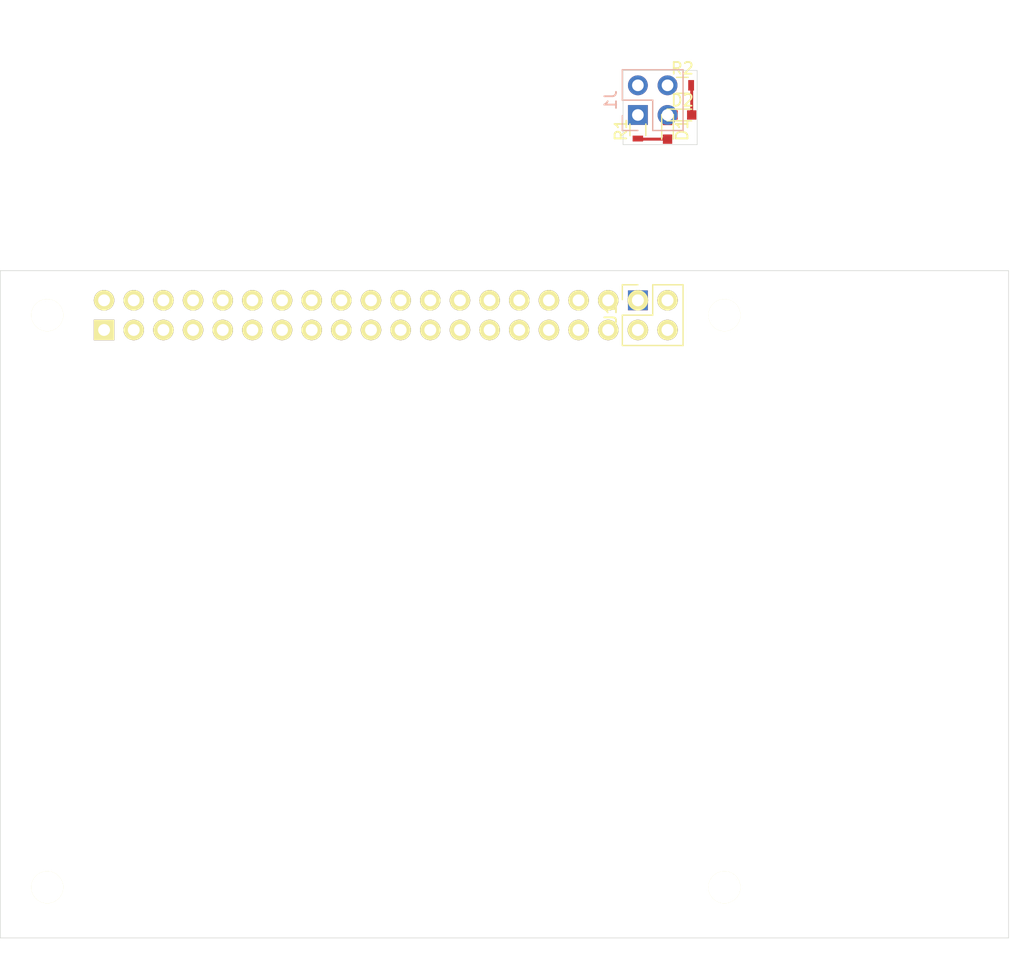
<source format=kicad_pcb>
(kicad_pcb (version 20171130) (host pcbnew "(5.1.6)-1")

  (general
    (thickness 1.6)
    (drawings 8)
    (tracks 4)
    (zones 0)
    (modules 7)
    (nets 45)
  )

  (page A4)
  (layers
    (0 F.Cu signal)
    (31 B.Cu signal)
    (32 B.Adhes user)
    (33 F.Adhes user)
    (34 B.Paste user)
    (35 F.Paste user)
    (36 B.SilkS user)
    (37 F.SilkS user)
    (38 B.Mask user)
    (39 F.Mask user)
    (40 Dwgs.User user)
    (41 Cmts.User user)
    (42 Eco1.User user)
    (43 Eco2.User user)
    (44 Edge.Cuts user)
    (45 Margin user)
    (46 B.CrtYd user)
    (47 F.CrtYd user)
    (48 B.Fab user)
    (49 F.Fab user)
  )

  (setup
    (last_trace_width 0.25)
    (user_trace_width 0.5)
    (user_trace_width 0.5)
    (user_trace_width 0.5)
    (trace_clearance 0.2)
    (zone_clearance 0.508)
    (zone_45_only no)
    (trace_min 0.2)
    (via_size 0.8)
    (via_drill 0.4)
    (via_min_size 0.4)
    (via_min_drill 0.3)
    (uvia_size 0.3)
    (uvia_drill 0.1)
    (uvias_allowed no)
    (uvia_min_size 0.2)
    (uvia_min_drill 0.1)
    (edge_width 0.05)
    (segment_width 0.2)
    (pcb_text_width 0.3)
    (pcb_text_size 1.5 1.5)
    (mod_edge_width 0.12)
    (mod_text_size 1 1)
    (mod_text_width 0.15)
    (pad_size 1.1 1.1)
    (pad_drill 0.8)
    (pad_to_mask_clearance 0.05)
    (aux_axis_origin 0 0)
    (visible_elements 7FFFFFFF)
    (pcbplotparams
      (layerselection 0x010fc_ffffffff)
      (usegerberextensions false)
      (usegerberattributes true)
      (usegerberadvancedattributes true)
      (creategerberjobfile true)
      (excludeedgelayer true)
      (linewidth 0.100000)
      (plotframeref false)
      (viasonmask false)
      (mode 1)
      (useauxorigin false)
      (hpglpennumber 1)
      (hpglpenspeed 20)
      (hpglpendiameter 15.000000)
      (psnegative false)
      (psa4output false)
      (plotreference true)
      (plotvalue true)
      (plotinvisibletext false)
      (padsonsilk false)
      (subtractmaskfromsilk false)
      (outputformat 1)
      (mirror false)
      (drillshape 1)
      (scaleselection 1)
      (outputdirectory ""))
  )

  (net 0 "")
  (net 1 "Net-(J1-Pad2)")
  (net 2 "Net-(D1-Pad2)")
  (net 3 GND)
  (net 4 "Net-(D2-Pad2)")
  (net 5 BAT_LOW)
  (net 6 BAT_OK)
  (net 7 "Net-(RPi1-Pad38)")
  (net 8 "Net-(RPi1-Pad35)")
  (net 9 "Net-(RPi1-Pad36)")
  (net 10 "Net-(RPi1-Pad33)")
  (net 11 "Net-(RPi1-Pad34)")
  (net 12 "Net-(RPi1-Pad31)")
  (net 13 "Net-(RPi1-Pad32)")
  (net 14 "Net-(RPi1-Pad26)")
  (net 15 "Net-(RPi1-Pad25)")
  (net 16 "Net-(RPi1-Pad22)")
  (net 17 "Net-(RPi1-Pad21)")
  (net 18 "Net-(RPi1-Pad20)")
  (net 19 "Net-(RPi1-Pad19)")
  (net 20 "Net-(RPi1-Pad18)")
  (net 21 "Net-(RPi1-Pad17)")
  (net 22 "Net-(RPi1-Pad16)")
  (net 23 "Net-(RPi1-Pad15)")
  (net 24 "Net-(RPi1-Pad14)")
  (net 25 "Net-(RPi1-Pad13)")
  (net 26 "Net-(RPi1-Pad12)")
  (net 27 "Net-(RPi1-Pad11)")
  (net 28 "Net-(RPi1-Pad10)")
  (net 29 "Net-(RPi1-Pad9)")
  (net 30 "Net-(RPi1-Pad8)")
  (net 31 "Net-(RPi1-Pad7)")
  (net 32 "Net-(RPi1-Pad6)")
  (net 33 "Net-(RPi1-Pad5)")
  (net 34 "Net-(RPi1-Pad4)")
  (net 35 "Net-(RPi1-Pad3)")
  (net 36 "Net-(RPi1-Pad2)")
  (net 37 "Net-(RPi1-Pad1)")
  (net 38 "Net-(RPi1-Pad23)")
  (net 39 "Net-(RPi1-Pad24)")
  (net 40 "Net-(RPi1-Pad30)")
  (net 41 "Net-(RPi1-Pad29)")
  (net 42 "Net-(RPi1-Pad28)")
  (net 43 "Net-(RPi1-Pad27)")
  (net 44 "Net-(U1-Pad1)")

  (net_class Default "This is the default net class."
    (clearance 0.2)
    (trace_width 0.25)
    (via_dia 0.8)
    (via_drill 0.4)
    (uvia_dia 0.3)
    (uvia_drill 0.1)
    (add_net BAT_LOW)
    (add_net BAT_OK)
    (add_net GND)
    (add_net "Net-(D1-Pad2)")
    (add_net "Net-(D2-Pad2)")
    (add_net "Net-(J1-Pad2)")
    (add_net "Net-(RPi1-Pad1)")
    (add_net "Net-(RPi1-Pad10)")
    (add_net "Net-(RPi1-Pad11)")
    (add_net "Net-(RPi1-Pad12)")
    (add_net "Net-(RPi1-Pad13)")
    (add_net "Net-(RPi1-Pad14)")
    (add_net "Net-(RPi1-Pad15)")
    (add_net "Net-(RPi1-Pad16)")
    (add_net "Net-(RPi1-Pad17)")
    (add_net "Net-(RPi1-Pad18)")
    (add_net "Net-(RPi1-Pad19)")
    (add_net "Net-(RPi1-Pad2)")
    (add_net "Net-(RPi1-Pad20)")
    (add_net "Net-(RPi1-Pad21)")
    (add_net "Net-(RPi1-Pad22)")
    (add_net "Net-(RPi1-Pad23)")
    (add_net "Net-(RPi1-Pad24)")
    (add_net "Net-(RPi1-Pad25)")
    (add_net "Net-(RPi1-Pad26)")
    (add_net "Net-(RPi1-Pad27)")
    (add_net "Net-(RPi1-Pad28)")
    (add_net "Net-(RPi1-Pad29)")
    (add_net "Net-(RPi1-Pad3)")
    (add_net "Net-(RPi1-Pad30)")
    (add_net "Net-(RPi1-Pad31)")
    (add_net "Net-(RPi1-Pad32)")
    (add_net "Net-(RPi1-Pad33)")
    (add_net "Net-(RPi1-Pad34)")
    (add_net "Net-(RPi1-Pad35)")
    (add_net "Net-(RPi1-Pad36)")
    (add_net "Net-(RPi1-Pad38)")
    (add_net "Net-(RPi1-Pad4)")
    (add_net "Net-(RPi1-Pad5)")
    (add_net "Net-(RPi1-Pad6)")
    (add_net "Net-(RPi1-Pad7)")
    (add_net "Net-(RPi1-Pad8)")
    (add_net "Net-(RPi1-Pad9)")
    (add_net "Net-(U1-Pad1)")
  )

  (module library:GPIO_Status_LEDs (layer F.Cu) (tedit 674C38B8) (tstamp 674C2A90)
    (at 193.04 72.39 90)
    (descr "Through hole straight socket strip, 2x02, 2.54mm pitch, double rows")
    (tags "Through hole socket strip THT 2x02 2.54mm double row")
    (path /674CD39E)
    (fp_text reference U1 (at -1.27 -2.33 90) (layer F.SilkS)
      (effects (font (size 1 1) (thickness 0.15)))
    )
    (fp_text value GPIO_Status_LEDs (at -1.27 4.87 90) (layer F.Fab)
      (effects (font (size 1 1) (thickness 0.15)))
    )
    (fp_text user %R (at -1.27 -2.33 90) (layer F.Fab)
      (effects (font (size 1 1) (thickness 0.15)))
    )
    (fp_line (start -3.81 -1.27) (end -3.81 3.81) (layer F.Fab) (width 0.1))
    (fp_line (start -3.81 3.81) (end 1.27 3.81) (layer F.Fab) (width 0.1))
    (fp_line (start 1.27 3.81) (end 1.27 -1.27) (layer F.Fab) (width 0.1))
    (fp_line (start 1.27 -1.27) (end -3.81 -1.27) (layer F.Fab) (width 0.1))
    (fp_line (start 1.33 1.27) (end 1.33 3.87) (layer F.SilkS) (width 0.12))
    (fp_line (start 1.33 3.87) (end -3.87 3.87) (layer F.SilkS) (width 0.12))
    (fp_line (start -3.87 3.87) (end -3.87 -1.33) (layer F.SilkS) (width 0.12))
    (fp_line (start -3.87 -1.33) (end -1.27 -1.33) (layer F.SilkS) (width 0.12))
    (fp_line (start -1.27 -1.33) (end -1.27 1.27) (layer F.SilkS) (width 0.12))
    (fp_line (start -1.27 1.27) (end 1.33 1.27) (layer F.SilkS) (width 0.12))
    (fp_line (start 1.33 0) (end 1.33 -1.33) (layer F.SilkS) (width 0.12))
    (fp_line (start 1.33 -1.33) (end 0.06 -1.33) (layer F.SilkS) (width 0.12))
    (fp_line (start -4.35 -1.8) (end -4.35 4.35) (layer F.CrtYd) (width 0.05))
    (fp_line (start -4.35 4.35) (end 1.8 4.35) (layer F.CrtYd) (width 0.05))
    (fp_line (start 1.8 4.35) (end 1.8 -1.8) (layer F.CrtYd) (width 0.05))
    (fp_line (start 1.8 -1.8) (end -4.35 -1.8) (layer F.CrtYd) (width 0.05))
    (pad 4 thru_hole oval (at -2.54 2.54 90) (size 1.7 1.7) (drill 1) (layers *.Cu *.Mask)
      (net 3 GND))
    (pad 3 thru_hole oval (at 0 2.54 90) (size 1.7 1.7) (drill 1) (layers *.Cu *.Mask)
      (net 6 BAT_OK))
    (pad 2 thru_hole oval (at -2.54 0 90) (size 1.7 1.7) (drill 1) (layers *.Cu *.Mask)
      (net 5 BAT_LOW))
    (pad 1 thru_hole rect (at 0 0 90) (size 1.7 1.7) (drill 1) (layers *.Cu *.Mask)
      (net 44 "Net-(U1-Pad1)"))
    (model ${KIPRJMOD}/library.pretty/GPIO_Status_LEDs.step
      (offset (xyz 55.9 142.2 9.5))
      (scale (xyz 1 1 1))
      (rotate (xyz 0 0 90))
    )
  )

  (module library:raspberrypi_2_3 (layer F.Cu) (tedit 674716DD) (tstamp 6747E17F)
    (at 171.45 73.66)
    (descr "RaspberryPi 2")
    (tags CONN)
    (path /674713F2)
    (fp_text reference RPi1 (at 0 -8.9) (layer F.Fab)
      (effects (font (size 2 2) (thickness 0.25)))
    )
    (fp_text value Raspberry_Pi_2_3 (at 0.1 -5.7) (layer F.Fab)
      (effects (font (size 2 2) (thickness 0.25)))
    )
    (fp_text user "By Lukaneco" (at 23.7 -6.8) (layer F.Fab)
      (effects (font (size 1 1) (thickness 0.15)))
    )
    (fp_arc (start -29 0) (end -32.5 0) (angle 90) (layer F.Fab) (width 0.15))
    (fp_arc (start -29 49) (end -29 52.5) (angle 90) (layer F.Fab) (width 0.15))
    (fp_arc (start 49.5 49.5) (end 52.5 49.5) (angle 90) (layer F.Fab) (width 0.15))
    (fp_arc (start 49.5 -0.5) (end 49.5 -3.5) (angle 90) (layer F.Fab) (width 0.15))
    (fp_line (start -32.5 16.4) (end -32.5 31) (layer B.CrtYd) (width 0.15))
    (fp_line (start -18.2 52.5) (end -25.7 52.5) (layer B.CrtYd) (width 0.15))
    (fp_line (start 7 52.5) (end -8 52.5) (layer B.CrtYd) (width 0.15))
    (fp_line (start -18.2 47.5) (end -25.7 47.5) (layer B.CrtYd) (width 0.15))
    (fp_line (start -18.2 52.5) (end -18.2 47.5) (layer B.CrtYd) (width 0.15))
    (fp_line (start -25.7 52.5) (end -25.7 47.5) (layer B.CrtYd) (width 0.15))
    (fp_line (start -8 41.8) (end -8 52.5) (layer B.CrtYd) (width 0.15))
    (fp_line (start -8 41.8) (end 7 41.8) (layer B.CrtYd) (width 0.15))
    (fp_line (start 7 52.5) (end 7 41.8) (layer B.CrtYd) (width 0.15))
    (fp_line (start 18 55) (end 24 55) (layer B.CrtYd) (width 0.15))
    (fp_line (start 18 37) (end 18 55) (layer B.CrtYd) (width 0.15))
    (fp_line (start 24 37) (end 18 37) (layer B.CrtYd) (width 0.15))
    (fp_line (start 24 55) (end 24 37) (layer B.CrtYd) (width 0.15))
    (fp_line (start -17.9 16.4) (end -32.5 16.4) (layer B.CrtYd) (width 0.15))
    (fp_line (start -17.9 31) (end -32.5 31) (layer B.CrtYd) (width 0.15))
    (fp_line (start -17.9 16.4) (end -17.9 31) (layer B.CrtYd) (width 0.15))
    (fp_line (start 54.6 50.2) (end 54.6 34.3) (layer B.CrtYd) (width 0.15))
    (fp_line (start 33.6 50.2) (end 33.6 34.3) (layer B.CrtYd) (width 0.15))
    (fp_line (start 54.6 50.2) (end 33.6 50.2) (layer B.CrtYd) (width 0.15))
    (fp_line (start 33.6 34.3) (end 54.6 34.3) (layer B.CrtYd) (width 0.15))
    (fp_line (start 37.5 17) (end 54.6 17) (layer B.CrtYd) (width 0.15))
    (fp_line (start 37.5 30.1) (end 37.5 17) (layer B.CrtYd) (width 0.15))
    (fp_line (start 54.6 30.1) (end 37.5 30.1) (layer B.CrtYd) (width 0.15))
    (fp_line (start 54.6 30.1) (end 54.6 17) (layer B.CrtYd) (width 0.15))
    (fp_line (start 54.6 12.1) (end 37.5 12.1) (layer B.CrtYd) (width 0.15))
    (fp_line (start 37.5 -1) (end 37.5 12.1) (layer B.CrtYd) (width 0.15))
    (fp_line (start 54.6 12.1) (end 54.6 -1) (layer B.CrtYd) (width 0.15))
    (fp_line (start 37.5 -1) (end 54.6 -1) (layer B.CrtYd) (width 0.15))
    (fp_line (start -32.5 49) (end -32.5 0) (layer F.Fab) (width 0.15))
    (fp_line (start 49.5 -3.5) (end -29 -3.5) (layer F.Fab) (width 0.15))
    (fp_line (start 52.5 49.5) (end 52.5 -0.5) (layer F.Fab) (width 0.15))
    (fp_line (start -29 52.5) (end 49.5 52.5) (layer F.Fab) (width 0.15))
    (fp_line (start -25.4 -2.54) (end 25.4 -2.54) (layer F.Fab) (width 0.15))
    (fp_line (start 25.4 2.54) (end -25.4 2.54) (layer F.Fab) (width 0.15))
    (fp_line (start -25.4 -2.54) (end -25.4 2.54) (layer F.Fab) (width 0.15))
    (fp_line (start 25.39492 2.54) (end 25.39492 -2.54) (layer F.Fab) (width 0.15))
    (pad "" np_thru_hole circle (at 29 49) (size 2.75 2.75) (drill 2.75) (layers *.Cu *.Mask F.SilkS))
    (pad "" np_thru_hole circle (at -29 49) (size 2.75 2.75) (drill 2.75) (layers *.Cu *.Mask F.SilkS))
    (pad "" np_thru_hole circle (at 29 0) (size 2.75 2.75) (drill 2.75) (layers *.Cu *.Mask F.SilkS))
    (pad "" np_thru_hole circle (at -29 0) (size 2.75 2.75) (drill 2.75) (layers *.Cu *.Mask F.SilkS))
    (pad 39 thru_hole circle (at 24.13 1.27) (size 1.75 1.75) (drill 1.016) (layers *.Cu *.Mask F.SilkS)
      (net 3 GND))
    (pad 40 thru_hole circle (at 24.13 -1.27) (size 1.75 1.75) (drill 1.016) (layers *.Cu *.Mask F.SilkS)
      (net 6 BAT_OK))
    (pad 37 thru_hole circle (at 21.59 1.27) (size 1.75 1.75) (drill 1.016) (layers *.Cu *.Mask F.SilkS)
      (net 5 BAT_LOW))
    (pad 38 thru_hole circle (at 21.59 -1.27) (size 1.75 1.75) (drill 1.016) (layers *.Cu *.Mask F.SilkS)
      (net 7 "Net-(RPi1-Pad38)"))
    (pad 35 thru_hole circle (at 19.05 1.27) (size 1.75 1.75) (drill 1.016) (layers *.Cu *.Mask F.SilkS)
      (net 8 "Net-(RPi1-Pad35)"))
    (pad 36 thru_hole circle (at 19.05 -1.27) (size 1.75 1.75) (drill 1.016) (layers *.Cu *.Mask F.SilkS)
      (net 9 "Net-(RPi1-Pad36)"))
    (pad 33 thru_hole circle (at 16.51 1.27) (size 1.75 1.75) (drill 1.016) (layers *.Cu *.Mask F.SilkS)
      (net 10 "Net-(RPi1-Pad33)"))
    (pad 34 thru_hole circle (at 16.51 -1.27) (size 1.75 1.75) (drill 1.016) (layers *.Cu *.Mask F.SilkS)
      (net 11 "Net-(RPi1-Pad34)"))
    (pad 31 thru_hole circle (at 13.97 1.27) (size 1.75 1.75) (drill 1.016) (layers *.Cu *.Mask F.SilkS)
      (net 12 "Net-(RPi1-Pad31)"))
    (pad 32 thru_hole circle (at 13.97 -1.27) (size 1.75 1.75) (drill 1.016) (layers *.Cu *.Mask F.SilkS)
      (net 13 "Net-(RPi1-Pad32)"))
    (pad 26 thru_hole circle (at 6.35 -1.27) (size 1.75 1.75) (drill 1.016) (layers *.Cu *.Mask F.SilkS)
      (net 14 "Net-(RPi1-Pad26)"))
    (pad 25 thru_hole circle (at 6.35 1.27) (size 1.75 1.75) (drill 1.016) (layers *.Cu *.Mask F.SilkS)
      (net 15 "Net-(RPi1-Pad25)"))
    (pad 22 thru_hole circle (at 1.27 -1.27) (size 1.75 1.75) (drill 1.016) (layers *.Cu *.Mask F.SilkS)
      (net 16 "Net-(RPi1-Pad22)"))
    (pad 21 thru_hole circle (at 1.27 1.27) (size 1.75 1.75) (drill 1.016) (layers *.Cu *.Mask F.SilkS)
      (net 17 "Net-(RPi1-Pad21)"))
    (pad 20 thru_hole circle (at -1.27 -1.27) (size 1.75 1.75) (drill 1.016) (layers *.Cu *.Mask F.SilkS)
      (net 18 "Net-(RPi1-Pad20)"))
    (pad 19 thru_hole circle (at -1.27 1.27) (size 1.75 1.75) (drill 1.016) (layers *.Cu *.Mask F.SilkS)
      (net 19 "Net-(RPi1-Pad19)"))
    (pad 18 thru_hole circle (at -3.81 -1.27) (size 1.75 1.75) (drill 1.016) (layers *.Cu *.Mask F.SilkS)
      (net 20 "Net-(RPi1-Pad18)"))
    (pad 17 thru_hole circle (at -3.81 1.27) (size 1.75 1.75) (drill 1.016) (layers *.Cu *.Mask F.SilkS)
      (net 21 "Net-(RPi1-Pad17)"))
    (pad 16 thru_hole circle (at -6.35 -1.27) (size 1.75 1.75) (drill 1.016) (layers *.Cu *.Mask F.SilkS)
      (net 22 "Net-(RPi1-Pad16)"))
    (pad 15 thru_hole circle (at -6.35 1.27) (size 1.75 1.75) (drill 1.016) (layers *.Cu *.Mask F.SilkS)
      (net 23 "Net-(RPi1-Pad15)"))
    (pad 14 thru_hole circle (at -8.89 -1.27) (size 1.75 1.75) (drill 1.016) (layers *.Cu *.Mask F.SilkS)
      (net 24 "Net-(RPi1-Pad14)"))
    (pad 13 thru_hole circle (at -8.89 1.27) (size 1.75 1.75) (drill 1.016) (layers *.Cu *.Mask F.SilkS)
      (net 25 "Net-(RPi1-Pad13)"))
    (pad 12 thru_hole circle (at -11.43 -1.27) (size 1.75 1.75) (drill 1.016) (layers *.Cu *.Mask F.SilkS)
      (net 26 "Net-(RPi1-Pad12)"))
    (pad 11 thru_hole circle (at -11.43 1.27) (size 1.75 1.75) (drill 1.016) (layers *.Cu *.Mask F.SilkS)
      (net 27 "Net-(RPi1-Pad11)"))
    (pad 10 thru_hole circle (at -13.97 -1.27) (size 1.75 1.75) (drill 1.016) (layers *.Cu *.Mask F.SilkS)
      (net 28 "Net-(RPi1-Pad10)"))
    (pad 9 thru_hole circle (at -13.97 1.27) (size 1.75 1.75) (drill 1.016) (layers *.Cu *.Mask F.SilkS)
      (net 29 "Net-(RPi1-Pad9)"))
    (pad 8 thru_hole circle (at -16.51 -1.27) (size 1.75 1.75) (drill 1.016) (layers *.Cu *.Mask F.SilkS)
      (net 30 "Net-(RPi1-Pad8)"))
    (pad 7 thru_hole circle (at -16.51 1.27) (size 1.75 1.75) (drill 1.016) (layers *.Cu *.Mask F.SilkS)
      (net 31 "Net-(RPi1-Pad7)"))
    (pad 6 thru_hole circle (at -19.05 -1.27) (size 1.75 1.75) (drill 1.016) (layers *.Cu *.Mask F.SilkS)
      (net 32 "Net-(RPi1-Pad6)"))
    (pad 5 thru_hole circle (at -19.05 1.27) (size 1.75 1.75) (drill 1.016) (layers *.Cu *.Mask F.SilkS)
      (net 33 "Net-(RPi1-Pad5)"))
    (pad 4 thru_hole circle (at -21.59 -1.27) (size 1.75 1.75) (drill 1.016) (layers *.Cu *.Mask F.SilkS)
      (net 34 "Net-(RPi1-Pad4)"))
    (pad 3 thru_hole circle (at -21.59 1.27) (size 1.75 1.75) (drill 1.016) (layers *.Cu *.Mask F.SilkS)
      (net 35 "Net-(RPi1-Pad3)"))
    (pad 2 thru_hole circle (at -24.13 -1.27) (size 1.75 1.75) (drill 1.016) (layers *.Cu *.Mask F.SilkS)
      (net 36 "Net-(RPi1-Pad2)"))
    (pad 1 thru_hole rect (at -24.13 1.27) (size 1.75 1.75) (drill 1.016) (layers *.Cu *.Mask F.SilkS)
      (net 37 "Net-(RPi1-Pad1)"))
    (pad 23 thru_hole circle (at 3.81 1.27) (size 1.75 1.75) (drill 1.016) (layers *.Cu *.Mask F.SilkS)
      (net 38 "Net-(RPi1-Pad23)"))
    (pad 24 thru_hole circle (at 3.81 -1.27) (size 1.75 1.75) (drill 1.016) (layers *.Cu *.Mask F.SilkS)
      (net 39 "Net-(RPi1-Pad24)"))
    (pad 30 thru_hole circle (at 11.43 -1.27) (size 1.75 1.75) (drill 1.016) (layers *.Cu *.Mask F.SilkS)
      (net 40 "Net-(RPi1-Pad30)"))
    (pad 29 thru_hole circle (at 11.43 1.27) (size 1.75 1.75) (drill 1.016) (layers *.Cu *.Mask F.SilkS)
      (net 41 "Net-(RPi1-Pad29)"))
    (pad 28 thru_hole circle (at 8.89 -1.27) (size 1.75 1.75) (drill 1.016) (layers *.Cu *.Mask F.SilkS)
      (net 42 "Net-(RPi1-Pad28)"))
    (pad 27 thru_hole circle (at 8.89 1.27) (size 1.75 1.75) (drill 1.016) (layers *.Cu *.Mask F.SilkS)
      (net 43 "Net-(RPi1-Pad27)"))
    (model "${KIPRJMOD}/library.pretty/RASPBERRY PI 3 MODEL B---3DModel-STEP-56544.STEP"
      (offset (xyz 10 -24.5 -1.5))
      (scale (xyz 1 1 1))
      (rotate (xyz -90 0 0))
    )
  )

  (module moonbuggy-custom:Socket_Strip_Straight_2x02_Pitch2.54mm-1-red (layer B.Cu) (tedit 674798DE) (tstamp 6747392F)
    (at 193.04 56.515 270)
    (descr "Through hole straight socket strip, 2x02, 2.54mm pitch, double rows")
    (tags "Through hole socket strip THT 2x02 2.54mm double row")
    (path /6747FB4B)
    (fp_text reference J1 (at -1.27 2.33 270) (layer B.SilkS)
      (effects (font (size 1 1) (thickness 0.15)) (justify mirror))
    )
    (fp_text value Conn_02x02_Odd_Even (at -1.27 -4.87 270) (layer B.Fab)
      (effects (font (size 1 1) (thickness 0.15)) (justify mirror))
    )
    (fp_line (start -3.81 1.27) (end -3.81 -3.81) (layer B.Fab) (width 0.1))
    (fp_line (start -3.81 -3.81) (end 1.27 -3.81) (layer B.Fab) (width 0.1))
    (fp_line (start 1.27 -3.81) (end 1.27 1.27) (layer B.Fab) (width 0.1))
    (fp_line (start 1.27 1.27) (end -3.81 1.27) (layer B.Fab) (width 0.1))
    (fp_line (start 1.33 -1.27) (end 1.33 -3.87) (layer B.SilkS) (width 0.12))
    (fp_line (start 1.33 -3.87) (end -3.87 -3.87) (layer B.SilkS) (width 0.12))
    (fp_line (start -3.87 -3.87) (end -3.87 1.33) (layer B.SilkS) (width 0.12))
    (fp_line (start -3.87 1.33) (end -1.27 1.33) (layer B.SilkS) (width 0.12))
    (fp_line (start -1.27 1.33) (end -1.27 -1.27) (layer B.SilkS) (width 0.12))
    (fp_line (start -1.27 -1.27) (end 1.33 -1.27) (layer B.SilkS) (width 0.12))
    (fp_line (start 1.33 0) (end 1.33 1.33) (layer B.SilkS) (width 0.12))
    (fp_line (start 1.33 1.33) (end 0.06 1.33) (layer B.SilkS) (width 0.12))
    (fp_line (start -4.35 1.8) (end -4.35 -4.35) (layer B.CrtYd) (width 0.05))
    (fp_line (start -4.35 -4.35) (end 1.8 -4.35) (layer B.CrtYd) (width 0.05))
    (fp_line (start 1.8 -4.35) (end 1.8 1.8) (layer B.CrtYd) (width 0.05))
    (fp_line (start 1.8 1.8) (end -4.35 1.8) (layer B.CrtYd) (width 0.05))
    (fp_text user %R (at -1.27 2.33 270) (layer B.Fab)
      (effects (font (size 1 1) (thickness 0.15)) (justify mirror))
    )
    (pad 1 thru_hole rect (at 0 0 270) (size 1.7 1.7) (drill 1) (layers *.Cu *.Mask)
      (net 5 BAT_LOW))
    (pad 2 thru_hole oval (at -2.54 0 270) (size 1.7 1.7) (drill 1) (layers *.Cu *.Mask)
      (net 1 "Net-(J1-Pad2)"))
    (pad 3 thru_hole oval (at 0 -2.54 270) (size 1.7 1.7) (drill 1) (layers *.Cu *.Mask)
      (net 3 GND))
    (pad 4 thru_hole oval (at -2.54 -2.54 270) (size 1.7 1.7) (drill 1) (layers *.Cu *.Mask)
      (net 6 BAT_OK))
    (model E:/electronics/KiCad/3dmodels/Unnamed-PinSocket_1x01_P254mm_Vertical-red.step
      (offset (xyz -2.5 -2.5 0))
      (scale (xyz 1 1 1))
      (rotate (xyz 0 0 0))
    )
    (model ${KISYS3DMOD}/Connector_PinSocket_2.54mm.3dshapes/PinSocket_1x01_P2.54mm_Vertical.step
      (offset (xyz -2.5 0 0))
      (scale (xyz 1 1 1))
      (rotate (xyz 0 0 0))
    )
    (model ${KISYS3DMOD}/Connector_PinSocket_2.54mm.3dshapes/PinSocket_1x02_P2.54mm_Vertical.step
      (at (xyz 0 0 0))
      (scale (xyz 1 1 1))
      (rotate (xyz 0 0 0))
    )
  )

  (module Resistors_SMD:R_0603 (layer F.Cu) (tedit 58E0A804) (tstamp 674789E7)
    (at 196.85 53.975)
    (descr "Resistor SMD 0603, reflow soldering, Vishay (see dcrcw.pdf)")
    (tags "resistor 0603")
    (path /67484841)
    (attr smd)
    (fp_text reference R2 (at 0 -1.45) (layer F.SilkS)
      (effects (font (size 1 1) (thickness 0.15)))
    )
    (fp_text value 100k (at 0 1.5) (layer F.Fab)
      (effects (font (size 1 1) (thickness 0.15)))
    )
    (fp_line (start 1.25 0.7) (end -1.25 0.7) (layer F.CrtYd) (width 0.05))
    (fp_line (start 1.25 0.7) (end 1.25 -0.7) (layer F.CrtYd) (width 0.05))
    (fp_line (start -1.25 -0.7) (end -1.25 0.7) (layer F.CrtYd) (width 0.05))
    (fp_line (start -1.25 -0.7) (end 1.25 -0.7) (layer F.CrtYd) (width 0.05))
    (fp_line (start -0.5 -0.68) (end 0.5 -0.68) (layer F.SilkS) (width 0.12))
    (fp_line (start 0.5 0.68) (end -0.5 0.68) (layer F.SilkS) (width 0.12))
    (fp_line (start -0.8 -0.4) (end 0.8 -0.4) (layer F.Fab) (width 0.1))
    (fp_line (start 0.8 -0.4) (end 0.8 0.4) (layer F.Fab) (width 0.1))
    (fp_line (start 0.8 0.4) (end -0.8 0.4) (layer F.Fab) (width 0.1))
    (fp_line (start -0.8 0.4) (end -0.8 -0.4) (layer F.Fab) (width 0.1))
    (fp_text user %R (at 0 0) (layer F.Fab)
      (effects (font (size 0.4 0.4) (thickness 0.075)))
    )
    (pad 2 smd rect (at 0.75 0) (size 0.5 0.9) (layers F.Cu F.Paste F.Mask)
      (net 4 "Net-(D2-Pad2)"))
    (pad 1 smd rect (at -0.75 0) (size 0.5 0.9) (layers F.Cu F.Paste F.Mask)
      (net 6 BAT_OK))
    (model ${KISYS3DMOD}/Resistors_SMD.3dshapes/R_0603.wrl
      (at (xyz 0 0 0))
      (scale (xyz 1 1 1))
      (rotate (xyz 0 0 0))
    )
  )

  (module Resistors_SMD:R_0603 (layer F.Cu) (tedit 58E0A804) (tstamp 67478C6B)
    (at 193.04 57.785 90)
    (descr "Resistor SMD 0603, reflow soldering, Vishay (see dcrcw.pdf)")
    (tags "resistor 0603")
    (path /67484DC6)
    (attr smd)
    (fp_text reference R1 (at 0 -1.45 90) (layer F.SilkS)
      (effects (font (size 1 1) (thickness 0.15)))
    )
    (fp_text value 15k (at 0 1.5 90) (layer F.Fab) hide
      (effects (font (size 1 1) (thickness 0.15)))
    )
    (fp_line (start -0.8 0.4) (end -0.8 -0.4) (layer F.Fab) (width 0.1))
    (fp_line (start 0.8 0.4) (end -0.8 0.4) (layer F.Fab) (width 0.1))
    (fp_line (start 0.8 -0.4) (end 0.8 0.4) (layer F.Fab) (width 0.1))
    (fp_line (start -0.8 -0.4) (end 0.8 -0.4) (layer F.Fab) (width 0.1))
    (fp_line (start 0.5 0.68) (end -0.5 0.68) (layer F.SilkS) (width 0.12))
    (fp_line (start -0.5 -0.68) (end 0.5 -0.68) (layer F.SilkS) (width 0.12))
    (fp_line (start -1.25 -0.7) (end 1.25 -0.7) (layer F.CrtYd) (width 0.05))
    (fp_line (start -1.25 -0.7) (end -1.25 0.7) (layer F.CrtYd) (width 0.05))
    (fp_line (start 1.25 0.7) (end 1.25 -0.7) (layer F.CrtYd) (width 0.05))
    (fp_line (start 1.25 0.7) (end -1.25 0.7) (layer F.CrtYd) (width 0.05))
    (fp_text user %R (at 0 0 90) (layer F.Fab)
      (effects (font (size 0.4 0.4) (thickness 0.075)))
    )
    (pad 2 smd rect (at 0.75 0 90) (size 0.5 0.9) (layers F.Cu F.Paste F.Mask)
      (net 5 BAT_LOW))
    (pad 1 smd rect (at -0.75 0 90) (size 0.5 0.9) (layers F.Cu F.Paste F.Mask)
      (net 2 "Net-(D1-Pad2)"))
    (model ${KISYS3DMOD}/Resistors_SMD.3dshapes/R_0603.wrl
      (at (xyz 0 0 0))
      (scale (xyz 1 1 1))
      (rotate (xyz 0 0 0))
    )
  )

  (module LEDs:LED_0603 (layer F.Cu) (tedit 57FE93A5) (tstamp 67476803)
    (at 196.85 56.515)
    (descr "LED 0603 smd package")
    (tags "LED led 0603 SMD smd SMT smt smdled SMDLED smtled SMTLED")
    (path /674854B3)
    (attr smd)
    (fp_text reference D2 (at 0 -1.25) (layer F.SilkS)
      (effects (font (size 1 1) (thickness 0.15)))
    )
    (fp_text value LED_Green (at 6.35 0) (layer F.Fab)
      (effects (font (size 1 1) (thickness 0.15)))
    )
    (fp_line (start -1.3 -0.5) (end -1.3 0.5) (layer F.SilkS) (width 0.12))
    (fp_line (start -0.2 -0.2) (end -0.2 0.2) (layer F.Fab) (width 0.1))
    (fp_line (start -0.15 0) (end 0.15 -0.2) (layer F.Fab) (width 0.1))
    (fp_line (start 0.15 0.2) (end -0.15 0) (layer F.Fab) (width 0.1))
    (fp_line (start 0.15 -0.2) (end 0.15 0.2) (layer F.Fab) (width 0.1))
    (fp_line (start 0.8 0.4) (end -0.8 0.4) (layer F.Fab) (width 0.1))
    (fp_line (start 0.8 -0.4) (end 0.8 0.4) (layer F.Fab) (width 0.1))
    (fp_line (start -0.8 -0.4) (end 0.8 -0.4) (layer F.Fab) (width 0.1))
    (fp_line (start -0.8 0.4) (end -0.8 -0.4) (layer F.Fab) (width 0.1))
    (fp_line (start -1.3 0.5) (end 0.8 0.5) (layer F.SilkS) (width 0.12))
    (fp_line (start -1.3 -0.5) (end 0.8 -0.5) (layer F.SilkS) (width 0.12))
    (fp_line (start 1.45 -0.65) (end 1.45 0.65) (layer F.CrtYd) (width 0.05))
    (fp_line (start 1.45 0.65) (end -1.45 0.65) (layer F.CrtYd) (width 0.05))
    (fp_line (start -1.45 0.65) (end -1.45 -0.65) (layer F.CrtYd) (width 0.05))
    (fp_line (start -1.45 -0.65) (end 1.45 -0.65) (layer F.CrtYd) (width 0.05))
    (pad 1 smd rect (at -0.8 0 180) (size 0.8 0.8) (layers F.Cu F.Paste F.Mask)
      (net 3 GND))
    (pad 2 smd rect (at 0.8 0 180) (size 0.8 0.8) (layers F.Cu F.Paste F.Mask)
      (net 4 "Net-(D2-Pad2)"))
    (model ${KISYS3DMOD}/LEDs.3dshapes/LED_0603.wrl
      (at (xyz 0 0 0))
      (scale (xyz 1 1 1))
      (rotate (xyz 0 0 180))
    )
  )

  (module LEDs:LED_0603 (layer F.Cu) (tedit 57FE93A5) (tstamp 67473929)
    (at 195.58 57.785 270)
    (descr "LED 0603 smd package")
    (tags "LED led 0603 SMD smd SMT smt smdled SMDLED smtled SMTLED")
    (path /67485EE8)
    (attr smd)
    (fp_text reference D1 (at 0 -1.25 90) (layer F.SilkS)
      (effects (font (size 1 1) (thickness 0.15)))
    )
    (fp_text value LED_Red (at 2.54 0 180) (layer F.Fab)
      (effects (font (size 1 1) (thickness 0.15)))
    )
    (fp_line (start -1.3 -0.5) (end -1.3 0.5) (layer F.SilkS) (width 0.12))
    (fp_line (start -0.2 -0.2) (end -0.2 0.2) (layer F.Fab) (width 0.1))
    (fp_line (start -0.15 0) (end 0.15 -0.2) (layer F.Fab) (width 0.1))
    (fp_line (start 0.15 0.2) (end -0.15 0) (layer F.Fab) (width 0.1))
    (fp_line (start 0.15 -0.2) (end 0.15 0.2) (layer F.Fab) (width 0.1))
    (fp_line (start 0.8 0.4) (end -0.8 0.4) (layer F.Fab) (width 0.1))
    (fp_line (start 0.8 -0.4) (end 0.8 0.4) (layer F.Fab) (width 0.1))
    (fp_line (start -0.8 -0.4) (end 0.8 -0.4) (layer F.Fab) (width 0.1))
    (fp_line (start -0.8 0.4) (end -0.8 -0.4) (layer F.Fab) (width 0.1))
    (fp_line (start -1.3 0.5) (end 0.8 0.5) (layer F.SilkS) (width 0.12))
    (fp_line (start -1.3 -0.5) (end 0.8 -0.5) (layer F.SilkS) (width 0.12))
    (fp_line (start 1.45 -0.65) (end 1.45 0.65) (layer F.CrtYd) (width 0.05))
    (fp_line (start 1.45 0.65) (end -1.45 0.65) (layer F.CrtYd) (width 0.05))
    (fp_line (start -1.45 0.65) (end -1.45 -0.65) (layer F.CrtYd) (width 0.05))
    (fp_line (start -1.45 -0.65) (end 1.45 -0.65) (layer F.CrtYd) (width 0.05))
    (pad 1 smd rect (at -0.8 0 90) (size 0.8 0.8) (layers F.Cu F.Paste F.Mask)
      (net 3 GND))
    (pad 2 smd rect (at 0.8 0 90) (size 0.8 0.8) (layers F.Cu F.Paste F.Mask)
      (net 2 "Net-(D1-Pad2)"))
    (model ${KISYS3DMOD}/LEDs.3dshapes/LED_0603.wrl
      (at (xyz 0 0 0))
      (scale (xyz 1 1 1))
      (rotate (xyz 0 0 180))
    )
  )

  (gr_line (start 191.77 59.055) (end 191.77 52.705) (layer Edge.Cuts) (width 0.05) (tstamp 6747A05A))
  (gr_line (start 198.12 59.055) (end 191.77 59.055) (layer Edge.Cuts) (width 0.05))
  (gr_line (start 198.12 52.705) (end 198.12 59.055) (layer Edge.Cuts) (width 0.05))
  (gr_line (start 191.77 52.705) (end 198.12 52.705) (layer Edge.Cuts) (width 0.05))
  (gr_line (start 138.43 127) (end 138.43 69.85) (layer Edge.Cuts) (width 0.05) (tstamp 6747F279))
  (gr_line (start 224.79 127) (end 138.43 127) (layer Edge.Cuts) (width 0.05))
  (gr_line (start 224.79 69.85) (end 224.79 127) (layer Edge.Cuts) (width 0.05))
  (gr_line (start 138.43 69.85) (end 224.79 69.85) (layer Edge.Cuts) (width 0.05))

  (segment (start 193.09 58.585) (end 193.04 58.535) (width 0.25) (layer F.Cu) (net 2))
  (segment (start 195.58 58.585) (end 193.09 58.585) (width 0.25) (layer F.Cu) (net 2))
  (segment (start 197.65 54.025) (end 197.6 53.975) (width 0.25) (layer F.Cu) (net 4))
  (segment (start 197.65 56.515) (end 197.65 54.025) (width 0.25) (layer F.Cu) (net 4))

)

</source>
